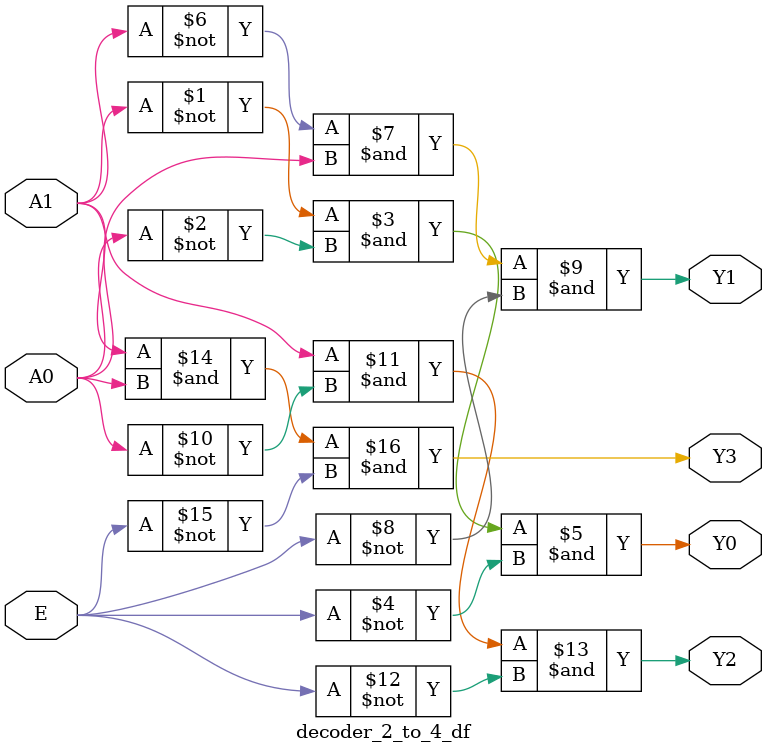
<source format=v>
module decoder_2_to_4_df (A1, A0, E, Y3, Y2, Y1, Y0);
    input A1, A0, E;
    output Y3, Y2, Y1, Y0;

assign Y0 = (~A1 & ~A0 & ~E);
assign Y1 = (~A1 & A0 & ~E);
assign Y2 = (A1 & ~A0 & ~E);
assign Y3 = (A1 & A0 & ~E);

endmodule
</source>
